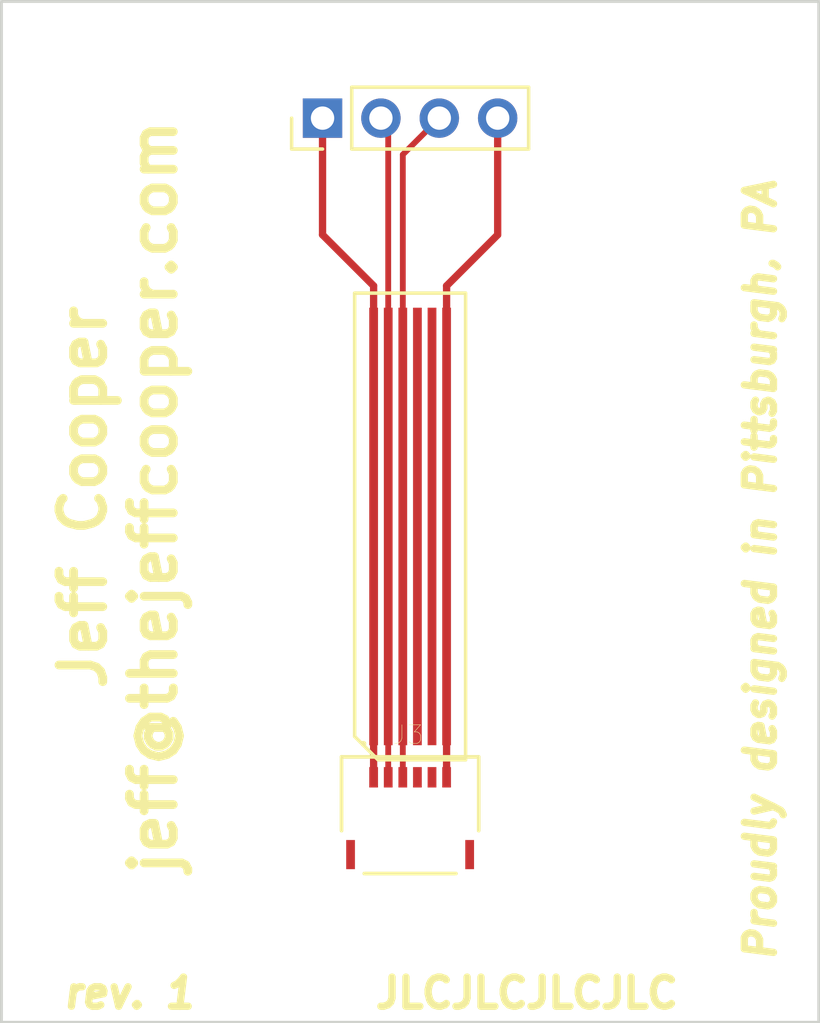
<source format=kicad_pcb>
(kicad_pcb (version 20210126) (generator pcbnew)
  (layers (0 "F.Cu" signal) (31 "B.Cu" signal) (34 "B.Paste" user) (35 "F.Paste" user) (36 "B.SilkS" user "B.Silkscreen") (37 "F.SilkS" user "F.Silkscreen") (38 "B.Mask" user) (39 "F.Mask" user) (44 "Edge.Cuts" user))
  (net 0 "")
  (net 1 "GND")
  (net 2 "DP")
  (net 3 "DN")
  (net 4 "VUSB")
  (footprint "backplate:ffc-strip" (layer "F.Cu") (at 36 42)
    (fp_text reference "J1" hide)
    (fp_text value "Conn_01x06" hide)
    (fp_line (start 1.9 8) (end -1.1 8) (layer "F.SilkS") (width 0.12))
    (fp_line (start -1.9 7.2) (end -1.9 -8) (layer "F.SilkS") (width 0.12))
    (fp_line (start -1.1 8) (end -1.9 7.2) (layer "F.SilkS") (width 0.12))
    (fp_line (start -1.9 -8) (end 1.9 -8) (layer "F.SilkS") (width 0.12))
    (fp_line (start 1.9 -8) (end 1.9 8) (layer "F.SilkS") (width 0.12))
    (pad "1" smd rect (at -1.25 0) (size 0.3 15) (layers "F.Cu" "F.Paste" "F.Mask") (net 4 "VUSB"))
    (pad "2" smd rect (at -0.75 0) (size 0.3 15) (layers "F.Cu" "F.Paste" "F.Mask") (net 3 "DN"))
    (pad "3" smd rect (at -0.25 0) (size 0.3 15) (layers "F.Cu" "F.Paste" "F.Mask") (net 2 "DP"))
    (pad "4" smd rect (at 0.25 0) (size 0.3 15) (layers "F.Cu" "F.Paste" "F.Mask"))
    (pad "5" smd rect (at 0.75 0) (size 0.3 15) (layers "F.Cu" "F.Paste" "F.Mask"))
    (pad "6" smd rect (at 1.25 0) (size 0.3 15) (layers "F.Cu" "F.Paste" "F.Mask") (net 1 "GND"))
  )
  (footprint "lib:MOLEX_503480-0600" (layer "F.Cu") (at 36 52)
    (fp_text reference "J3" (at -0.068 -2.8564) (layer "F.SilkS") (effects (font (size 0.64 0.64) (thickness 0.015))))
    (fp_text value "503480-0600" hide)
    (fp_line (start -2.35 -2.1) (end -2.35 0.43) (layer "F.SilkS") (width 0.127))
    (fp_line (start -2.35 -2.1) (end 2.35 -2.1) (layer "F.SilkS") (width 0.127))
    (fp_line (start -1.57 1.9) (end 1.57 1.9) (layer "F.SilkS") (width 0.127))
    (fp_line (start 2.35 -2.1) (end 2.35 0.43) (layer "F.SilkS") (width 0.127))
    (fp_circle (center -1.6 -2.55) (end -1.55 -2.55) (layer "F.SilkS") (width 0.1) (fill none))
    (pad "1" smd rect (at -1.25 -1.4) (size 0.3 0.7) (layers "F.Cu" "F.Paste" "F.Mask") (net 4 "VUSB"))
    (pad "2" smd rect (at -0.75 -1.4) (size 0.3 0.7) (layers "F.Cu" "F.Paste" "F.Mask") (net 3 "DN"))
    (pad "3" smd rect (at -0.25 -1.4) (size 0.3 0.7) (layers "F.Cu" "F.Paste" "F.Mask") (net 2 "DP"))
    (pad "4" smd rect (at 0.25 -1.4) (size 0.3 0.7) (layers "F.Cu" "F.Paste" "F.Mask"))
    (pad "5" smd rect (at 0.75 -1.4) (size 0.3 0.7) (layers "F.Cu" "F.Paste" "F.Mask"))
    (pad "6" smd rect (at 1.25 -1.4) (size 0.3 0.7) (layers "F.Cu" "F.Paste" "F.Mask") (net 1 "GND"))
    (pad "S1" smd rect (at -2.04 1.25) (size 0.3 1) (layers "F.Cu" "F.Paste" "F.Mask"))
    (pad "S2" smd rect (at 2.04 1.25) (size 0.3 1) (layers "F.Cu" "F.Paste" "F.Mask"))
  )
  (footprint "Connector_PinHeader_2.00mm:PinHeader_1x04_P2.00mm_Vertical" (layer "F.Cu") (at 33 28 90)
    (fp_text reference "J2" hide)
    (fp_text value "Conn_01x04" hide)
    (fp_line (start -1.06 7.06) (end 1.06 7.06) (layer "F.SilkS") (width 0.12))
    (fp_line (start 1.06 1) (end 1.06 7.06) (layer "F.SilkS") (width 0.12))
    (fp_line (start -1.06 0) (end -1.06 -1.06) (layer "F.SilkS") (width 0.12))
    (fp_line (start -1.06 1) (end -1.06 7.06) (layer "F.SilkS") (width 0.12))
    (fp_line (start -1.06 1) (end 1.06 1) (layer "F.SilkS") (width 0.12))
    (fp_line (start -1.06 -1.06) (end 0 -1.06) (layer "F.SilkS") (width 0.12))
    (pad "1" thru_hole rect (at 0 0 90) (size 1.35 1.35) (drill 0.8) (layers *.Cu *.Mask) (net 4 "VUSB"))
    (pad "2" thru_hole oval (at 0 2 90) (size 1.35 1.35) (drill 0.8) (layers *.Cu *.Mask) (net 3 "DN"))
    (pad "3" thru_hole oval (at 0 4 90) (size 1.35 1.35) (drill 0.8) (layers *.Cu *.Mask) (net 2 "DP"))
    (pad "4" thru_hole oval (at 0 6 90) (size 1.35 1.35) (drill 0.8) (layers *.Cu *.Mask) (net 1 "GND"))
  )
  (gr_line (start 50 59) (end 22 59) (layer "Edge.Cuts") (width 0.1))
  (gr_line (start 22 59) (end 22 24) (layer "Edge.Cuts") (width 0.1))
  (gr_line (start 22 24) (end 50 24) (layer "Edge.Cuts") (width 0.1))
  (gr_line (start 50 24) (end 50 59) (layer "Edge.Cuts") (width 0.1))
  (gr_text "JLCJLCJLCJLC" (at 40 58) (layer "F.SilkS") (effects (font (size 1 1) (thickness 0.25))))
  (gr_text "rev. 1" (at 24 58) (layer "F.SilkS") (effects (font (size 1 1) (thickness 0.25) italic) (justify left)))
  (gr_text "Proudly designed in Pittsburgh, PA" (at 48 57 90) (layer "F.SilkS") (effects (font (size 1 1) (thickness 0.25) italic) (justify left)))
  (gr_text "Jeff Cooper\njeff@thejeffcooper.com" (at 26 41 90) (layer "F.SilkS") (effects (font (size 1.5 1.5) (thickness 0.3))))
  (segment (start 37.25 42) (end 37.25 33.75) (width 0.25) (layer "F.Cu") (net 1))
  (segment (start 39 32) (end 39 28) (width 0.25) (layer "F.Cu") (net 1))
  (segment (start 37.25 50.6) (end 37.25 42) (width 0.25) (layer "F.Cu") (net 1))
  (segment (start 37.25 33.75) (end 39 32) (width 0.25) (layer "F.Cu") (net 1))
  (segment (start 35.75 29.25) (end 37 28) (width 0.2) (layer "F.Cu") (net 2))
  (segment (start 35.75 42) (end 35.75 29.25) (width 0.2) (layer "F.Cu") (net 2))
  (segment (start 35.75 50.6) (end 35.75 42) (width 0.2) (layer "F.Cu") (net 2))
  (segment (start 35 28) (end 35.25 28.25) (width 0.2) (layer "F.Cu") (net 3))
  (segment (start 35.25 28.25) (end 35.25 42) (width 0.2) (layer "F.Cu") (net 3))
  (segment (start 35.25 50.6) (end 35.25 42) (width 0.2) (layer "F.Cu") (net 3))
  (segment (start 34.75 50.6) (end 34.75 42) (width 0.25) (layer "F.Cu") (net 4))
  (segment (start 34.75 33.75) (end 33 32) (width 0.25) (layer "F.Cu") (net 4))
  (segment (start 33 32) (end 33 28) (width 0.25) (layer "F.Cu") (net 4))
  (segment (start 34.75 42) (end 34.75 33.75) (width 0.25) (layer "F.Cu") (net 4))
)
</source>
